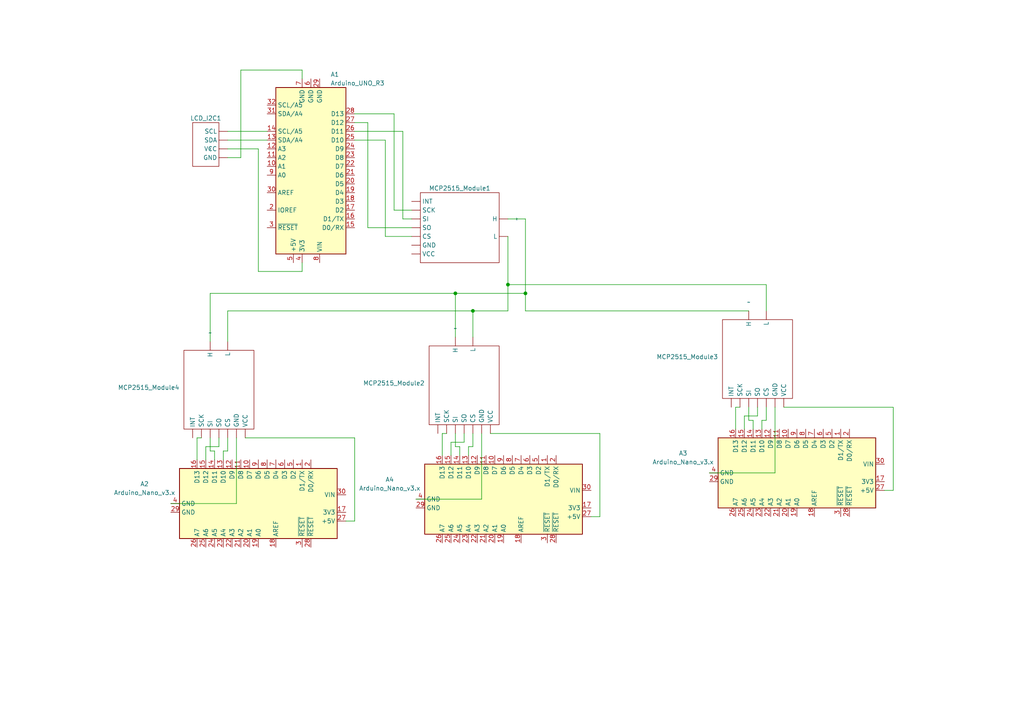
<source format=kicad_sch>
(kicad_sch (version 20230121) (generator eeschema)
  (paper "A4")
  (lib_symbols
    (symbol "BAJA:LCD_Screen"
      (property "Reference" "LCD_I2C" (at 0 -2.54 0))
      (symbol "LCD_Screen_0_1"
        (rectangle (start -7.62 2.54) (end 5.08 -5.08))
      )
      (symbol "LCD_Screen_1_1"
        (pin bidirectional line (at 2.54 5.08 270) (length 2.54) (name "GND") (number ""))
        (pin bidirectional line (at -5.08 5.08 270) (length 2.54) (name "SCL") (number ""))
        (pin bidirectional line (at -2.54 5.08 270) (length 2.54) (name "SDA") (number ""))
        (pin power_in line (at 0 5.08 270) (length 2.54) (name "VCC") (number ""))
      )
    )
    (symbol "MCP2515_Module_2"
      (property "Reference" "MCP2515_Module" (at 0 -10.16 0))
      (symbol "MCP2515_Module_2_0_1"
        (rectangle (start -10.16 2.54) (end 10.16 -20.32))
      )
      (symbol "MCP2515_Module_2_1_1"
        (pin bidirectional line (at 2.54 -22.86 90) (length 2.54) (name "CS") (number ""))
        (pin bidirectional line (at 5.08 -22.86 90) (length 2.54) (name "GND") (number ""))
        (pin bidirectional line (at -2.54 5.08 270) (length 2.54) (name "H") (number ""))
        (pin bidirectional line (at -7.62 -22.86 90) (length 2.54) (name "INT") (number ""))
        (pin bidirectional line (at 2.54 5.08 270) (length 2.54) (name "L") (number ""))
        (pin bidirectional line (at -5.08 -22.86 90) (length 2.54) (name "SCK") (number ""))
        (pin bidirectional line (at -2.54 -22.86 90) (length 2.54) (name "SI") (number ""))
        (pin bidirectional line (at 0 -22.86 90) (length 2.54) (name "SO") (number ""))
        (pin power_in line (at 7.62 -22.86 90) (length 2.54) (name "VCC") (number ""))
      )
    )
    (symbol "MCP2515_Module_3"
      (property "Reference" "MCP2515_Module" (at 0 -10.16 0))
      (symbol "MCP2515_Module_3_0_1"
        (rectangle (start -10.16 2.54) (end 10.16 -20.32))
      )
      (symbol "MCP2515_Module_3_1_1"
        (pin bidirectional line (at 2.54 -22.86 90) (length 2.54) (name "CS") (number ""))
        (pin bidirectional line (at 5.08 -22.86 90) (length 2.54) (name "GND") (number ""))
        (pin bidirectional line (at -2.54 5.08 270) (length 2.54) (name "H") (number ""))
        (pin bidirectional line (at -7.62 -22.86 90) (length 2.54) (name "INT") (number ""))
        (pin bidirectional line (at 2.54 5.08 270) (length 2.54) (name "L") (number ""))
        (pin bidirectional line (at -5.08 -22.86 90) (length 2.54) (name "SCK") (number ""))
        (pin bidirectional line (at -2.54 -22.86 90) (length 2.54) (name "SI") (number ""))
        (pin bidirectional line (at 0 -22.86 90) (length 2.54) (name "SO") (number ""))
        (pin power_in line (at 7.62 -22.86 90) (length 2.54) (name "VCC") (number ""))
      )
    )
    (symbol "MCU_Module:Arduino_Nano_v3.x"
      (property "Reference" "A" (at -10.16 23.495 0))
      (property "Value" "Arduino_Nano_v3.x" (at 5.08 -24.13 0))
      (symbol "Arduino_Nano_v3.x_0_1"
        (rectangle (start -10.16 22.86) (end 10.16 -22.86) (stroke (width 0.254)) (fill (type background)))
      )
      (symbol "Arduino_Nano_v3.x_1_1"
        (pin bidirectional line (at -12.7 12.7 0) (length 2.54) (name "D1/TX") (number "1"))
        (pin bidirectional line (at -12.7 -2.54 0) (length 2.54) (name "D7") (number "10"))
        (pin bidirectional line (at -12.7 -5.08 0) (length 2.54) (name "D8") (number "11"))
        (pin bidirectional line (at -12.7 -7.62 0) (length 2.54) (name "D9") (number "12"))
        (pin bidirectional line (at -12.7 -10.16 0) (length 2.54) (name "D10") (number "13"))
        (pin bidirectional line (at -12.7 -12.7 0) (length 2.54) (name "D11") (number "14"))
        (pin bidirectional line (at -12.7 -15.24 0) (length 2.54) (name "D12") (number "15"))
        (pin bidirectional line (at -12.7 -17.78 0) (length 2.54) (name "D13") (number "16"))
        (pin power_out line (at 2.54 25.4 270) (length 2.54) (name "3V3") (number "17"))
        (pin input line (at 12.7 5.08 180) (length 2.54) (name "AREF") (number "18"))
        (pin bidirectional line (at 12.7 0 180) (length 2.54) (name "A0") (number "19"))
        (pin bidirectional line (at -12.7 15.24 0) (length 2.54) (name "D0/RX") (number "2"))
        (pin bidirectional line (at 12.7 -2.54 180) (length 2.54) (name "A1") (number "20"))
        (pin bidirectional line (at 12.7 -5.08 180) (length 2.54) (name "A2") (number "21"))
        (pin bidirectional line (at 12.7 -7.62 180) (length 2.54) (name "A3") (number "22"))
        (pin bidirectional line (at 12.7 -10.16 180) (length 2.54) (name "A4") (number "23"))
        (pin bidirectional line (at 12.7 -12.7 180) (length 2.54) (name "A5") (number "24"))
        (pin bidirectional line (at 12.7 -15.24 180) (length 2.54) (name "A6") (number "25"))
        (pin bidirectional line (at 12.7 -17.78 180) (length 2.54) (name "A7") (number "26"))
        (pin power_out line (at 5.08 25.4 270) (length 2.54) (name "+5V") (number "27"))
        (pin input line (at 12.7 15.24 180) (length 2.54) (name "~{RESET}") (number "28"))
        (pin power_in line (at 2.54 -25.4 90) (length 2.54) (name "GND") (number "29"))
        (pin input line (at 12.7 12.7 180) (length 2.54) (name "~{RESET}") (number "3"))
        (pin power_in line (at -2.54 25.4 270) (length 2.54) (name "VIN") (number "30"))
        (pin power_in line (at 0 -25.4 90) (length 2.54) (name "GND") (number "4"))
        (pin bidirectional line (at -12.7 10.16 0) (length 2.54) (name "D2") (number "5"))
        (pin bidirectional line (at -12.7 7.62 0) (length 2.54) (name "D3") (number "6"))
        (pin bidirectional line (at -12.7 5.08 0) (length 2.54) (name "D4") (number "7"))
        (pin bidirectional line (at -12.7 2.54 0) (length 2.54) (name "D5") (number "8"))
        (pin bidirectional line (at -12.7 0 0) (length 2.54) (name "D6") (number "9"))
      )
    )
    (symbol "MCU_Module:Arduino_UNO_R3"
      (property "Reference" "A" (at -10.16 23.495 0))
      (property "Value" "Arduino_UNO_R3" (at 5.08 -26.67 0))
      (symbol "Arduino_UNO_R3_0_1"
        (rectangle (start -10.16 22.86) (end 10.16 -25.4) (stroke (width 0.254)) (fill (type background)))
      )
      (symbol "Arduino_UNO_R3_1_1"
        (pin no_connect line (at -10.16 -20.32 0) (length 2.54) hide (name "NC") (number "1"))
        (pin bidirectional line (at 12.7 -2.54 180) (length 2.54) (name "A1") (number "10"))
        (pin bidirectional line (at 12.7 -5.08 180) (length 2.54) (name "A2") (number "11"))
        (pin bidirectional line (at 12.7 -7.62 180) (length 2.54) (name "A3") (number "12"))
        (pin bidirectional line (at 12.7 -10.16 180) (length 2.54) (name "SDA/A4") (number "13"))
        (pin bidirectional line (at 12.7 -12.7 180) (length 2.54) (name "SCL/A5") (number "14"))
        (pin bidirectional line (at -12.7 15.24 0) (length 2.54) (name "D0/RX") (number "15"))
        (pin bidirectional line (at -12.7 12.7 0) (length 2.54) (name "D1/TX") (number "16"))
        (pin bidirectional line (at -12.7 10.16 0) (length 2.54) (name "D2") (number "17"))
        (pin bidirectional line (at -12.7 7.62 0) (length 2.54) (name "D3") (number "18"))
        (pin bidirectional line (at -12.7 5.08 0) (length 2.54) (name "D4") (number "19"))
        (pin output line (at 12.7 10.16 180) (length 2.54) (name "IOREF") (number "2"))
        (pin bidirectional line (at -12.7 2.54 0) (length 2.54) (name "D5") (number "20"))
        (pin bidirectional line (at -12.7 0 0) (length 2.54) (name "D6") (number "21"))
        (pin bidirectional line (at -12.7 -2.54 0) (length 2.54) (name "D7") (number "22"))
        (pin bidirectional line (at -12.7 -5.08 0) (length 2.54) (name "D8") (number "23"))
        (pin bidirectional line (at -12.7 -7.62 0) (length 2.54) (name "D9") (number "24"))
        (pin bidirectional line (at -12.7 -10.16 0) (length 2.54) (name "D10") (number "25"))
        (pin bidirectional line (at -12.7 -12.7 0) (length 2.54) (name "D11") (number "26"))
        (pin bidirectional line (at -12.7 -15.24 0) (length 2.54) (name "D12") (number "27"))
        (pin bidirectional line (at -12.7 -17.78 0) (length 2.54) (name "D13") (number "28"))
        (pin power_in line (at -2.54 -27.94 90) (length 2.54) (name "GND") (number "29"))
        (pin input line (at 12.7 15.24 180) (length 2.54) (name "~{RESET}") (number "3"))
        (pin input line (at 12.7 5.08 180) (length 2.54) (name "AREF") (number "30"))
        (pin bidirectional line (at 12.7 -17.78 180) (length 2.54) (name "SDA/A4") (number "31"))
        (pin bidirectional line (at 12.7 -20.32 180) (length 2.54) (name "SCL/A5") (number "32"))
        (pin power_out line (at 2.54 25.4 270) (length 2.54) (name "3V3") (number "4"))
        (pin power_out line (at 5.08 25.4 270) (length 2.54) (name "+5V") (number "5"))
        (pin power_in line (at 0 -27.94 90) (length 2.54) (name "GND") (number "6"))
        (pin power_in line (at 2.54 -27.94 90) (length 2.54) (name "GND") (number "7"))
        (pin power_in line (at -2.54 25.4 270) (length 2.54) (name "VIN") (number "8"))
        (pin bidirectional line (at 12.7 0 180) (length 2.54) (name "A0") (number "9"))
      )
    )
  )
  (junction (at 147.32 82.55))
  (junction (at 132.08 85.09))
  (junction (at 137.16 90.17))
  (junction (at 152.4 85.09))
  (wire (pts (xy 102.87 127) (xy 71.12 127)))
  (wire (pts (xy 59.69 129.54) (xy 63.5 129.54)))
  (wire (pts (xy 100.33 151.13) (xy 102.87 151.13)))
  (wire (pts (xy 114.3 33.02) (xy 102.87 33.02)))
  (wire (pts (xy 224.79 118.11) (xy 224.79 137.16)))
  (wire (pts (xy 213.36 124.46) (xy 213.36 118.11)))
  (wire (pts (xy 152.4 85.09) (xy 152.4 63.5)))
  (wire (pts (xy 128.27 132.08) (xy 128.27 125.73)))
  (wire (pts (xy 147.32 82.55) (xy 222.25 82.55)))
  (wire (pts (xy 152.4 90.17) (xy 152.4 85.09)))
  (wire (pts (xy 69.85 20.32) (xy 87.63 20.32)))
  (wire (pts (xy 135.89 129.54) (xy 137.16 129.54)))
  (wire (pts (xy 66.04 130.81) (xy 66.04 127)))
  (wire (pts (xy 102.87 151.13) (xy 102.87 127)))
  (wire (pts (xy 102.87 40.64) (xy 111.76 40.64)))
  (wire (pts (xy 66.04 90.17) (xy 66.04 99.06)))
  (wire (pts (xy 218.44 124.46) (xy 218.44 121.92)))
  (wire (pts (xy 137.16 90.17) (xy 147.32 90.17)))
  (wire (pts (xy 218.44 121.92) (xy 217.17 121.92)))
  (wire (pts (xy 133.35 132.08) (xy 133.35 129.54)))
  (wire (pts (xy 222.25 121.92) (xy 222.25 118.11)))
  (wire (pts (xy 68.58 146.05) (xy 49.53 146.05)))
  (wire (pts (xy 119.38 66.04) (xy 106.68 66.04)))
  (wire (pts (xy 62.23 130.81) (xy 60.96 130.81)))
  (wire (pts (xy 147.32 68.58) (xy 147.32 82.55)))
  (wire (pts (xy 147.32 90.17) (xy 147.32 82.55)))
  (wire (pts (xy 259.08 118.11) (xy 227.33 118.11)))
  (wire (pts (xy 217.17 121.92) (xy 217.17 118.11)))
  (wire (pts (xy 224.79 137.16) (xy 205.74 137.16)))
  (wire (pts (xy 132.08 85.09) (xy 152.4 85.09)))
  (wire (pts (xy 66.04 40.64) (xy 77.47 40.64)))
  (wire (pts (xy 137.16 97.79) (xy 137.16 90.17)))
  (wire (pts (xy 64.77 133.35) (xy 64.77 130.81)))
  (wire (pts (xy 60.96 85.09) (xy 132.08 85.09)))
  (wire (pts (xy 74.93 78.74) (xy 87.63 78.74)))
  (wire (pts (xy 60.96 99.06) (xy 60.96 85.09)))
  (wire (pts (xy 87.63 20.32) (xy 87.63 22.86)))
  (wire (pts (xy 106.68 66.04) (xy 106.68 35.56)))
  (wire (pts (xy 119.38 60.96) (xy 114.3 60.96)))
  (wire (pts (xy 69.85 45.72) (xy 69.85 20.32)))
  (wire (pts (xy 64.77 130.81) (xy 66.04 130.81)))
  (wire (pts (xy 87.63 78.74) (xy 87.63 76.2)))
  (wire (pts (xy 116.84 38.1) (xy 116.84 63.5)))
  (wire (pts (xy 128.27 125.73) (xy 129.54 125.73)))
  (wire (pts (xy 102.87 38.1) (xy 116.84 38.1)))
  (wire (pts (xy 63.5 129.54) (xy 63.5 127)))
  (wire (pts (xy 173.99 125.73) (xy 142.24 125.73)))
  (wire (pts (xy 220.98 124.46) (xy 220.98 121.92)))
  (wire (pts (xy 60.96 130.81) (xy 60.96 127)))
  (wire (pts (xy 106.68 35.56) (xy 102.87 35.56)))
  (wire (pts (xy 133.35 129.54) (xy 132.08 129.54)))
  (wire (pts (xy 62.23 133.35) (xy 62.23 130.81)))
  (wire (pts (xy 139.7 144.78) (xy 120.65 144.78)))
  (wire (pts (xy 137.16 90.17) (xy 66.04 90.17)))
  (wire (pts (xy 132.08 97.79) (xy 132.08 85.09)))
  (wire (pts (xy 66.04 43.18) (xy 74.93 43.18)))
  (wire (pts (xy 132.08 129.54) (xy 132.08 125.73)))
  (wire (pts (xy 215.9 120.65) (xy 219.71 120.65)))
  (wire (pts (xy 130.81 132.08) (xy 130.81 128.27)))
  (wire (pts (xy 68.58 127) (xy 68.58 146.05)))
  (wire (pts (xy 139.7 125.73) (xy 139.7 144.78)))
  (wire (pts (xy 135.89 132.08) (xy 135.89 129.54)))
  (wire (pts (xy 66.04 45.72) (xy 69.85 45.72)))
  (wire (pts (xy 111.76 68.58) (xy 119.38 68.58)))
  (wire (pts (xy 59.69 133.35) (xy 59.69 129.54)))
  (wire (pts (xy 66.04 38.1) (xy 77.47 38.1)))
  (wire (pts (xy 74.93 43.18) (xy 74.93 78.74)))
  (wire (pts (xy 130.81 128.27) (xy 134.62 128.27)))
  (wire (pts (xy 220.98 121.92) (xy 222.25 121.92)))
  (wire (pts (xy 114.3 60.96) (xy 114.3 33.02)))
  (wire (pts (xy 217.17 90.17) (xy 152.4 90.17)))
  (wire (pts (xy 256.54 142.24) (xy 259.08 142.24)))
  (wire (pts (xy 173.99 149.86) (xy 173.99 125.73)))
  (wire (pts (xy 171.45 149.86) (xy 173.99 149.86)))
  (wire (pts (xy 57.15 127) (xy 58.42 127)))
  (wire (pts (xy 222.25 90.17) (xy 222.25 82.55)))
  (wire (pts (xy 111.76 40.64) (xy 111.76 68.58)))
  (wire (pts (xy 134.62 128.27) (xy 134.62 125.73)))
  (wire (pts (xy 215.9 124.46) (xy 215.9 120.65)))
  (wire (pts (xy 137.16 129.54) (xy 137.16 125.73)))
  (wire (pts (xy 213.36 118.11) (xy 214.63 118.11)))
  (wire (pts (xy 259.08 142.24) (xy 259.08 118.11)))
  (wire (pts (xy 57.15 133.35) (xy 57.15 127)))
  (wire (pts (xy 116.84 63.5) (xy 119.38 63.5)))
  (wire (pts (xy 219.71 120.65) (xy 219.71 118.11)))
  (wire (pts (xy 152.4 63.5) (xy 147.32 63.5)))
  (symbol (lib_name "MCP2515_Module_3") (lib_id "BAJA:MCP2515_Module") (at 134.62 102.87 0) (unit 1)
    (property "Reference" "MCP2515_Module2" (at 123.19 111.125 0) (effects (justify right)))
    (property "Value" "~" (at 132.08 95.25 0))
  )
  (symbol (lib_id "MCU_Module:Arduino_Nano_v3.x") (at 146.05 144.78 270) (unit 1)
    (property "Reference" "A4" (at 113.03 139.0903 90))
    (property "Value" "Arduino_Nano_v3.x" (at 113.03 141.6303 90))
    (property "Footprint" "Module:Arduino_Nano" (effects hide))
    (property "Datasheet" "http://www.mouser.com/pdfdocs/Gravitech_Arduino_Nano3_0.pdf" (effects hide))
  )
  (symbol (lib_name "MCP2515_Module_3") (lib_id "BAJA:MCP2515_Module") (at 63.5 104.14 0) (unit 1)
    (property "Reference" "MCP2515_Module4" (at 52.07 112.395 0) (effects (justify right)))
    (property "Value" "~" (at 60.96 96.52 0))
  )
  (symbol (lib_name "MCP2515_Module_3") (lib_id "BAJA:MCP2515_Module") (at 219.71 95.25 0) (unit 1)
    (property "Reference" "MCP2515_Module3" (at 208.28 103.505 0) (effects (justify right)))
    (property "Value" "~" (at 217.17 87.63 0))
  )
  (symbol (lib_id "MCU_Module:Arduino_UNO_R3") (at 90.17 50.8 180) (unit 1)
    (property "Reference" "A1" (at 95.8597 21.59 0) (effects (justify right)))
    (property "Value" "Arduino_UNO_R3" (at 95.8597 24.13 0) (effects (justify right)))
    (property "Footprint" "Module:Arduino_UNO_R3" (effects hide))
    (property "Datasheet" "https://www.arduino.cc/en/Main/arduinoBoardUno" (effects hide))
  )
  (symbol (lib_id "MCU_Module:Arduino_Nano_v3.x") (at 231.14 137.16 270) (unit 1)
    (property "Reference" "A3" (at 198.12 131.4703 90))
    (property "Value" "Arduino_Nano_v3.x" (at 198.12 134.0103 90))
    (property "Footprint" "Module:Arduino_Nano" (effects hide))
    (property "Datasheet" "http://www.mouser.com/pdfdocs/Gravitech_Arduino_Nano3_0.pdf" (effects hide))
  )
  (symbol (lib_name "MCP2515_Module_2") (lib_id "BAJA:MCP2515_Module") (at 142.24 66.04 270) (unit 1)
    (property "Reference" "MCP2515_Module1" (at 133.35 54.61 90))
    (property "Value" "~" (at 149.86 63.5 0))
  )
  (symbol (lib_id "BAJA:LCD_Screen") (at 60.96 43.18 270) (unit 1)
    (property "Reference" "LCD_I2C1" (at 59.69 34.29 90))
    (property "Value" "~" (at 60.96 43.18 0))
  )
  (symbol (lib_id "MCU_Module:Arduino_Nano_v3.x") (at 74.93 146.05 270) (unit 1)
    (property "Reference" "A2" (at 41.91 140.3603 90))
    (property "Value" "Arduino_Nano_v3.x" (at 41.91 142.9003 90))
    (property "Footprint" "Module:Arduino_Nano" (effects hide))
    (property "Datasheet" "http://www.mouser.com/pdfdocs/Gravitech_Arduino_Nano3_0.pdf" (effects hide))
  )
)
</source>
